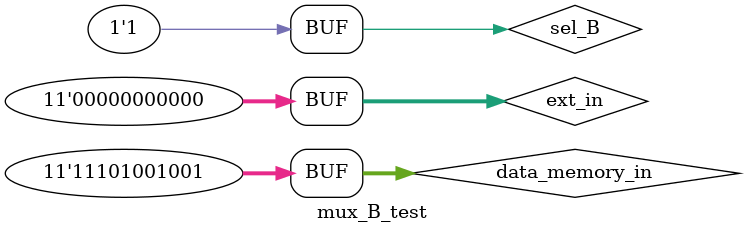
<source format=sv>
`timescale 1 ns / 1 ps
module mux_B_test;

    logic [10:0] ext_in, data_memory_in;
    logic sel_B;
    logic [10:0] mux_B_out;

    mux_B Mux_B0(
        .ext_in(ext_in), 
        .data_memory_in(data_memory_in), 
        .sel_B(sel_B), 
        .mux_B_out(mux_B_out)
    );

    initial
    begin
        ext_in = 11'b00000000000; data_memory_in = 11'b00001001001;
        sel_B = 1'b1;
        #1 data_memory_in = 11'b11101001001;
        #1 sel_B = 1'b0;
        #1 sel_B = 1'b1;
        #1 sel_B = 1'b0;
        #1 ext_in = 11'b00001100100;
        #1 sel_B = 1'b0;
        #1 sel_B = 1'b1;
        #1 ext_in = 11'b00000000000;	
    end
endmodule 
</source>
